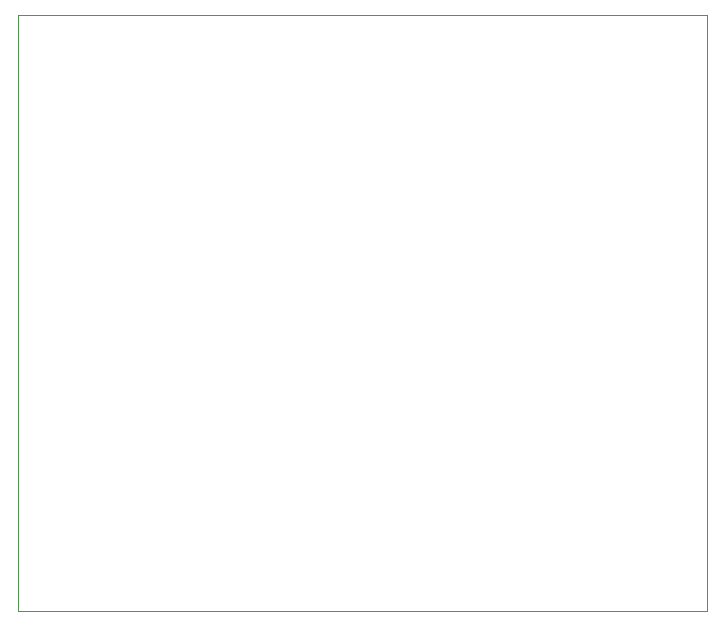
<source format=gbr>
%TF.GenerationSoftware,KiCad,Pcbnew,(6.0.10-0)*%
%TF.CreationDate,2023-02-17T16:16:03-08:00*%
%TF.ProjectId,Lab4 part2,4c616234-2070-4617-9274-322e6b696361,rev?*%
%TF.SameCoordinates,Original*%
%TF.FileFunction,Profile,NP*%
%FSLAX46Y46*%
G04 Gerber Fmt 4.6, Leading zero omitted, Abs format (unit mm)*
G04 Created by KiCad (PCBNEW (6.0.10-0)) date 2023-02-17 16:16:03*
%MOMM*%
%LPD*%
G01*
G04 APERTURE LIST*
%TA.AperFunction,Profile*%
%ADD10C,0.050000*%
%TD*%
G04 APERTURE END LIST*
D10*
X110830000Y-57610000D02*
X169200000Y-57610000D01*
X169200000Y-57610000D02*
X169200000Y-108050000D01*
X169200000Y-108050000D02*
X110830000Y-108050000D01*
X110830000Y-108050000D02*
X110830000Y-57610000D01*
M02*

</source>
